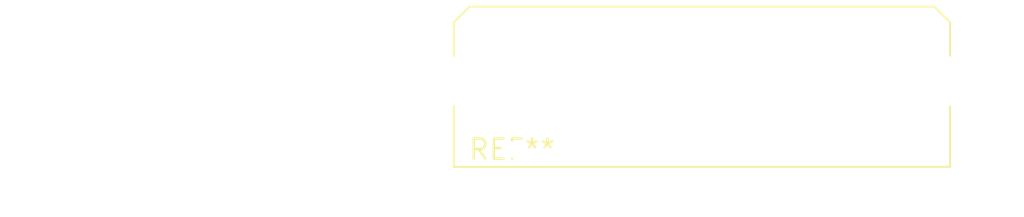
<source format=kicad_pcb>
(kicad_pcb (version 20240108) (generator pcbnew)
  (layers (0 "F.Cu" signal) (31 "B.Cu" signal) (34 "B.Paste" user) (35 "F.Paste" user) (36 "B.SilkS" user "B.Silkscreen") (37 "F.SilkS" user "F.Silkscreen") (38 "B.Mask" user) (39 "F.Mask" user) (44 "Edge.Cuts" user))
  (net 0 "")
  (footprint "Molex_Micro-Fit_3.0_43045-1821_2x09-1MP_P3.00mm_Horizontal" (layer "F.Cu") (at 0 0)
    (property "Reference" "REF**")
    (property "Value" "Molex_Micro-Fit_3.0_43045-1821_2x09-1MP_P3.00mm_Horizontal")
    (fp_line (start -3.685 -8.03) (end -2.685 -9.03) (layer "F.SilkS") (stroke (width 0.12)))
    (fp_line (start -3.685 -5.915) (end -3.685 -8.03) (layer "F.SilkS") (stroke (width 0.12)))
    (fp_line (start -3.685 -2.725) (end -3.685 1.1) (layer "F.SilkS") (stroke (width 0.12)))
    (fp_line (start -3.685 1.1) (end 27.685 1.1) (layer "F.SilkS") (stroke (width 0.12)))
    (fp_line (start -2.685 -9.03) (end 26.685 -9.03) (layer "F.SilkS") (stroke (width 0.12)))
    (fp_line (start 26.685 -9.03) (end 27.685 -8.03) (layer "F.SilkS") (stroke (width 0.12)))
    (fp_line (start 27.685 -8.03) (end 27.685 -5.915) (layer "F.SilkS") (stroke (width 0.12)))
    (fp_line (start 27.685 1.1) (end 27.685 -2.725) (layer "F.SilkS") (stroke (width 0.12)))
    (pad "1" thru_hole roundrect (at 0 0) (size 1.5 1.5) (drill 1.02) (layers *.Cu *.Mask) (remove_unused_layers) (roundrect_rratio 0.166667))
    (pad "2" thru_hole circle (at 3 0) (size 1.5 1.5) (drill 1.02) (layers *.Cu *.Mask) (remove_unused_layers))
    (pad "3" thru_hole circle (at 6 0) (size 1.5 1.5) (drill 1.02) (layers *.Cu *.Mask) (remove_unused_layers))
    (pad "4" thru_hole circle (at 9 0) (size 1.5 1.5) (drill 1.02) (layers *.Cu *.Mask) (remove_unused_layers))
    (pad "5" thru_hole circle (at 12 0) (size 1.5 1.5) (drill 1.02) (layers *.Cu *.Mask) (remove_unused_layers))
    (pad "6" thru_hole circle (at 15 0) (size 1.5 1.5) (drill 1.02) (layers *.Cu *.Mask) (remove_unused_layers))
    (pad "7" thru_hole circle (at 18 0) (size 1.5 1.5) (drill 1.02) (layers *.Cu *.Mask) (remove_unused_layers))
    (pad "8" thru_hole circle (at 21 0) (size 1.5 1.5) (drill 1.02) (layers *.Cu *.Mask) (remove_unused_layers))
    (pad "9" thru_hole circle (at 24 0) (size 1.5 1.5) (drill 1.02) (layers *.Cu *.Mask) (remove_unused_layers))
    (pad "10" thru_hole circle (at 0 3) (size 1.5 1.5) (drill 1.02) (layers *.Cu *.Mask) (remove_unused_layers))
    (pad "11" thru_hole circle (at 3 3) (size 1.5 1.5) (drill 1.02) (layers *.Cu *.Mask) (remove_unused_layers))
    (pad "12" thru_hole circle (at 6 3) (size 1.5 1.5) (drill 1.02) (layers *.Cu *.Mask) (remove_unused_layers))
    (pad "13" thru_hole circle (at 9 3) (size 1.5 1.5) (drill 1.02) (layers *.Cu *.Mask) (remove_unused_layers))
    (pad "14" thru_hole circle (at 12 3) (size 1.5 1.5) (drill 1.02) (layers *.Cu *.Mask) (remove_unused_layers))
    (pad "15" thru_hole circle (at 15 3) (size 1.5 1.5) (drill 1.02) (layers *.Cu *.Mask) (remove_unused_layers))
    (pad "16" thru_hole circle (at 18 3) (size 1.5 1.5) (drill 1.02) (layers *.Cu *.Mask) (remove_unused_layers))
    (pad "17" thru_hole circle (at 21 3) (size 1.5 1.5) (drill 1.02) (layers *.Cu *.Mask) (remove_unused_layers))
    (pad "18" thru_hole circle (at 24 3) (size 1.5 1.5) (drill 1.02) (layers *.Cu *.Mask) (remove_unused_layers))
    (pad "MP" thru_hole circle (at -2.15 -4.32) (size 3.41 3.41) (drill 2.41) (layers *.Cu *.Mask) (remove_unused_layers))
    (pad "MP" thru_hole circle (at 26.15 -4.32) (size 3.41 3.41) (drill 2.41) (layers *.Cu *.Mask) (remove_unused_layers))
  )
)
</source>
